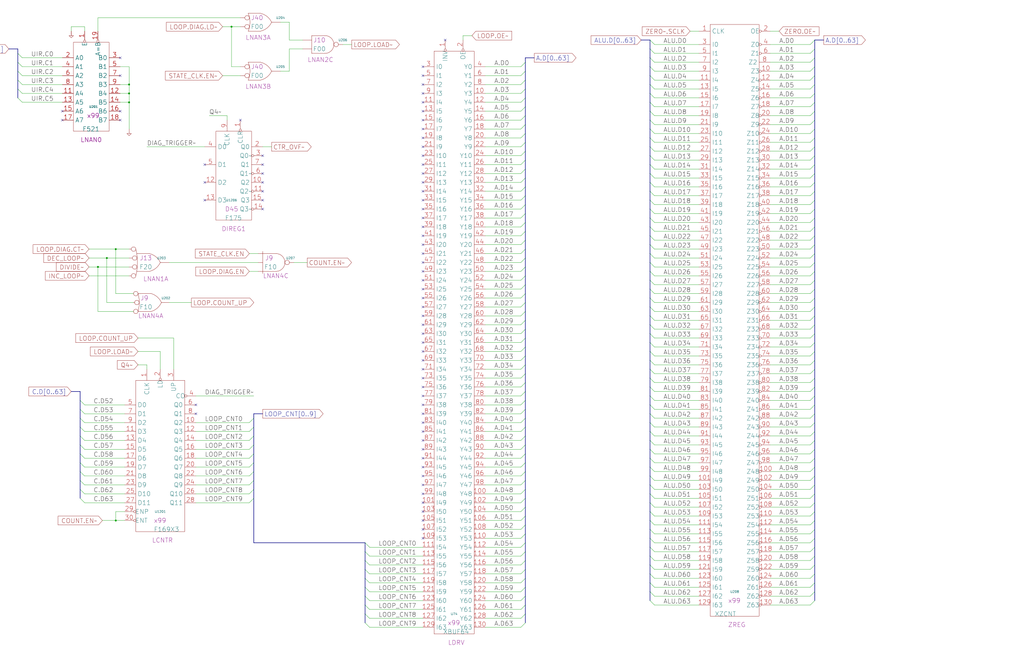
<source format=kicad_sch>
(kicad_sch (version 20230121) (generator eeschema)
  (paper "User" 584.2 378.46)
  (title_block (title "COUNTER LOGIC") (date "22-MAR-90") (rev "1.0") (comment 1 "VALUE") (comment 2 "232-003063") (comment 3 "S400") (comment 4 "RELEASED"))
  (junction (at 66.04 297.18))
  (junction (at 73.66 48.26))
  (junction (at 66.04 142.24))
  (junction (at 73.66 58.42))
  (junction (at 55.88 152.4))
  (junction (at 132.08 15.24))
  (junction (at 60.96 147.32))
  (junction (at 73.66 53.34))
  (no_connect (at 241.3 129.54))
  (no_connect (at 149.86 93.98))
  (no_connect (at 241.3 104.14))
  (no_connect (at 241.3 165.1))
  (no_connect (at 68.58 68.58))
  (no_connect (at 241.3 63.5))
  (no_connect (at 241.3 58.42))
  (no_connect (at 241.3 53.34))
  (no_connect (at 35.56 63.5))
  (no_connect (at 68.58 43.18))
  (no_connect (at 116.84 93.98))
  (no_connect (at 149.86 99.06))
  (no_connect (at 241.3 256.54))
  (no_connect (at 149.86 104.14))
  (no_connect (at 241.3 78.74))
  (no_connect (at 149.86 119.38))
  (no_connect (at 241.3 297.18))
  (no_connect (at 241.3 200.66))
  (no_connect (at 149.86 114.3))
  (no_connect (at 149.86 88.9))
  (no_connect (at 241.3 38.1))
  (no_connect (at 241.3 43.18))
  (no_connect (at 241.3 185.42))
  (no_connect (at 241.3 48.26))
  (no_connect (at 241.3 180.34))
  (no_connect (at 241.3 154.94))
  (no_connect (at 241.3 251.46))
  (no_connect (at 241.3 134.62))
  (no_connect (at 241.3 109.22))
  (no_connect (at 116.84 114.3))
  (no_connect (at 241.3 246.38))
  (no_connect (at 35.56 68.58))
  (no_connect (at 68.58 63.5))
  (no_connect (at 241.3 119.38))
  (no_connect (at 241.3 287.02))
  (no_connect (at 241.3 302.26))
  (no_connect (at 241.3 210.82))
  (no_connect (at 241.3 281.94))
  (no_connect (at 241.3 124.46))
  (no_connect (at 241.3 114.3))
  (no_connect (at 137.16 68.58))
  (no_connect (at 241.3 220.98))
  (no_connect (at 241.3 271.78))
  (no_connect (at 241.3 205.74))
  (no_connect (at 241.3 83.82))
  (no_connect (at 241.3 68.58))
  (no_connect (at 241.3 236.22))
  (no_connect (at 241.3 93.98))
  (no_connect (at 241.3 215.9))
  (no_connect (at 241.3 231.14))
  (no_connect (at 241.3 195.58))
  (no_connect (at 241.3 241.3))
  (no_connect (at 241.3 266.7))
  (no_connect (at 241.3 261.62))
  (no_connect (at 241.3 149.86))
  (no_connect (at 116.84 104.14))
  (no_connect (at 241.3 292.1))
  (no_connect (at 241.3 190.5))
  (no_connect (at 241.3 73.66))
  (no_connect (at 149.86 109.22))
  (no_connect (at 241.3 307.34))
  (no_connect (at 241.3 139.7))
  (no_connect (at 111.76 236.22))
  (no_connect (at 241.3 226.06))
  (no_connect (at 241.3 144.78))
  (no_connect (at 111.76 231.14))
  (no_connect (at 241.3 170.18))
  (no_connect (at 241.3 88.9))
  (no_connect (at 241.3 99.06))
  (no_connect (at 241.3 276.86))
  (no_connect (at 68.58 33.02))
  (no_connect (at 254 22.86))
  (no_connect (at 241.3 160.02))
  (no_connect (at 241.3 175.26))
  (bus_entry (at 299.72 248.92) (size -2.54 2.54))
  (bus_entry (at 299.72 157.48) (size -2.54 2.54))
  (bus_entry (at 299.72 330.2) (size -2.54 2.54))
  (bus_entry (at 45.72 254) (size 2.54 2.54))
  (bus_entry (at 10.16 45.72) (size 2.54 2.54))
  (bus_entry (at 464.82 149.86) (size -2.54 2.54))
  (bus_entry (at 464.82 256.54) (size -2.54 2.54))
  (bus_entry (at 370.84 302.26) (size 2.54 2.54))
  (bus_entry (at 10.16 40.64) (size 2.54 2.54))
  (bus_entry (at 299.72 340.36) (size -2.54 2.54))
  (bus_entry (at 464.82 104.14) (size -2.54 2.54))
  (bus_entry (at 370.84 104.14) (size 2.54 2.54))
  (bus_entry (at 464.82 119.38) (size -2.54 2.54))
  (bus_entry (at 299.72 274.32) (size -2.54 2.54))
  (bus_entry (at 370.84 185.42) (size 2.54 2.54))
  (bus_entry (at 370.84 297.18) (size 2.54 2.54))
  (bus_entry (at 45.72 269.24) (size 2.54 2.54))
  (bus_entry (at 370.84 149.86) (size 2.54 2.54))
  (bus_entry (at 464.82 337.82) (size -2.54 2.54))
  (bus_entry (at 464.82 312.42) (size -2.54 2.54))
  (bus_entry (at 208.28 345.44) (size 2.54 2.54))
  (bus_entry (at 370.84 78.74) (size 2.54 2.54))
  (bus_entry (at 144.78 259.08) (size -2.54 2.54))
  (bus_entry (at 370.84 256.54) (size 2.54 2.54))
  (bus_entry (at 464.82 109.22) (size -2.54 2.54))
  (bus_entry (at 464.82 332.74) (size -2.54 2.54))
  (bus_entry (at 10.16 30.48) (size 2.54 2.54))
  (bus_entry (at 299.72 101.6) (size -2.54 2.54))
  (bus_entry (at 370.84 129.54) (size 2.54 2.54))
  (bus_entry (at 464.82 276.86) (size -2.54 2.54))
  (bus_entry (at 464.82 38.1) (size -2.54 2.54))
  (bus_entry (at 45.72 264.16) (size 2.54 2.54))
  (bus_entry (at 370.84 332.74) (size 2.54 2.54))
  (bus_entry (at 299.72 228.6) (size -2.54 2.54))
  (bus_entry (at 299.72 91.44) (size -2.54 2.54))
  (bus_entry (at 299.72 187.96) (size -2.54 2.54))
  (bus_entry (at 45.72 259.08) (size 2.54 2.54))
  (bus_entry (at 464.82 261.62) (size -2.54 2.54))
  (bus_entry (at 299.72 223.52) (size -2.54 2.54))
  (bus_entry (at 464.82 236.22) (size -2.54 2.54))
  (bus_entry (at 464.82 48.26) (size -2.54 2.54))
  (bus_entry (at 370.84 134.62) (size 2.54 2.54))
  (bus_entry (at 464.82 287.02) (size -2.54 2.54))
  (bus_entry (at 299.72 167.64) (size -2.54 2.54))
  (bus_entry (at 370.84 88.9) (size 2.54 2.54))
  (bus_entry (at 299.72 279.4) (size -2.54 2.54))
  (bus_entry (at 464.82 281.94) (size -2.54 2.54))
  (bus_entry (at 370.84 109.22) (size 2.54 2.54))
  (bus_entry (at 464.82 322.58) (size -2.54 2.54))
  (bus_entry (at 370.84 22.86) (size 2.54 2.54))
  (bus_entry (at 208.28 325.12) (size 2.54 2.54))
  (bus_entry (at 299.72 71.12) (size -2.54 2.54))
  (bus_entry (at 45.72 238.76) (size 2.54 2.54))
  (bus_entry (at 299.72 289.56) (size -2.54 2.54))
  (bus_entry (at 45.72 243.84) (size 2.54 2.54))
  (bus_entry (at 144.78 243.84) (size -2.54 2.54))
  (bus_entry (at 464.82 190.5) (size -2.54 2.54))
  (bus_entry (at 299.72 218.44) (size -2.54 2.54))
  (bus_entry (at 299.72 259.08) (size -2.54 2.54))
  (bus_entry (at 464.82 83.82) (size -2.54 2.54))
  (bus_entry (at 299.72 162.56) (size -2.54 2.54))
  (bus_entry (at 464.82 93.98) (size -2.54 2.54))
  (bus_entry (at 464.82 114.3) (size -2.54 2.54))
  (bus_entry (at 464.82 251.46) (size -2.54 2.54))
  (bus_entry (at 299.72 350.52) (size -2.54 2.54))
  (bus_entry (at 464.82 170.18) (size -2.54 2.54))
  (bus_entry (at 464.82 139.7) (size -2.54 2.54))
  (bus_entry (at 464.82 266.7) (size -2.54 2.54))
  (bus_entry (at 370.84 170.18) (size 2.54 2.54))
  (bus_entry (at 299.72 45.72) (size -2.54 2.54))
  (bus_entry (at 464.82 43.18) (size -2.54 2.54))
  (bus_entry (at 10.16 35.56) (size 2.54 2.54))
  (bus_entry (at 208.28 314.96) (size 2.54 2.54))
  (bus_entry (at 370.84 337.82) (size 2.54 2.54))
  (bus_entry (at 299.72 213.36) (size -2.54 2.54))
  (bus_entry (at 464.82 27.94) (size -2.54 2.54))
  (bus_entry (at 464.82 22.86) (size -2.54 2.54))
  (bus_entry (at 299.72 147.32) (size -2.54 2.54))
  (bus_entry (at 370.84 124.46) (size 2.54 2.54))
  (bus_entry (at 299.72 182.88) (size -2.54 2.54))
  (bus_entry (at 299.72 50.8) (size -2.54 2.54))
  (bus_entry (at 208.28 340.36) (size 2.54 2.54))
  (bus_entry (at 370.84 190.5) (size 2.54 2.54))
  (bus_entry (at 299.72 304.8) (size -2.54 2.54))
  (bus_entry (at 45.72 274.32) (size 2.54 2.54))
  (bus_entry (at 299.72 314.96) (size -2.54 2.54))
  (bus_entry (at 299.72 203.2) (size -2.54 2.54))
  (bus_entry (at 144.78 284.48) (size -2.54 2.54))
  (bus_entry (at 464.82 63.5) (size -2.54 2.54))
  (bus_entry (at 370.84 93.98) (size 2.54 2.54))
  (bus_entry (at 299.72 193.04) (size -2.54 2.54))
  (bus_entry (at 299.72 264.16) (size -2.54 2.54))
  (bus_entry (at 370.84 144.78) (size 2.54 2.54))
  (bus_entry (at 464.82 302.26) (size -2.54 2.54))
  (bus_entry (at 370.84 215.9) (size 2.54 2.54))
  (bus_entry (at 464.82 200.66) (size -2.54 2.54))
  (bus_entry (at 370.84 154.94) (size 2.54 2.54))
  (bus_entry (at 299.72 299.72) (size -2.54 2.54))
  (bus_entry (at 464.82 144.78) (size -2.54 2.54))
  (bus_entry (at 208.28 350.52) (size 2.54 2.54))
  (bus_entry (at 299.72 325.12) (size -2.54 2.54))
  (bus_entry (at 464.82 246.38) (size -2.54 2.54))
  (bus_entry (at 464.82 53.34) (size -2.54 2.54))
  (bus_entry (at 370.84 210.82) (size 2.54 2.54))
  (bus_entry (at 370.84 180.34) (size 2.54 2.54))
  (bus_entry (at 370.84 231.14) (size 2.54 2.54))
  (bus_entry (at 464.82 134.62) (size -2.54 2.54))
  (bus_entry (at 464.82 175.26) (size -2.54 2.54))
  (bus_entry (at 370.84 160.02) (size 2.54 2.54))
  (bus_entry (at 370.84 266.7) (size 2.54 2.54))
  (bus_entry (at 299.72 81.28) (size -2.54 2.54))
  (bus_entry (at 464.82 58.42) (size -2.54 2.54))
  (bus_entry (at 144.78 238.76) (size -2.54 2.54))
  (bus_entry (at 370.84 276.86) (size 2.54 2.54))
  (bus_entry (at 208.28 330.2) (size 2.54 2.54))
  (bus_entry (at 370.84 73.66) (size 2.54 2.54))
  (bus_entry (at 370.84 251.46) (size 2.54 2.54))
  (bus_entry (at 370.84 38.1) (size 2.54 2.54))
  (bus_entry (at 299.72 116.84) (size -2.54 2.54))
  (bus_entry (at 464.82 68.58) (size -2.54 2.54))
  (bus_entry (at 370.84 119.38) (size 2.54 2.54))
  (bus_entry (at 370.84 281.94) (size 2.54 2.54))
  (bus_entry (at 370.84 226.06) (size 2.54 2.54))
  (bus_entry (at 299.72 132.08) (size -2.54 2.54))
  (bus_entry (at 370.84 241.3) (size 2.54 2.54))
  (bus_entry (at 299.72 60.96) (size -2.54 2.54))
  (bus_entry (at 464.82 220.98) (size -2.54 2.54))
  (bus_entry (at 299.72 233.68) (size -2.54 2.54))
  (bus_entry (at 370.84 322.58) (size 2.54 2.54))
  (bus_entry (at 299.72 35.56) (size -2.54 2.54))
  (bus_entry (at 464.82 297.18) (size -2.54 2.54))
  (bus_entry (at 370.84 175.26) (size 2.54 2.54))
  (bus_entry (at 464.82 307.34) (size -2.54 2.54))
  (bus_entry (at 464.82 165.1) (size -2.54 2.54))
  (bus_entry (at 299.72 294.64) (size -2.54 2.54))
  (bus_entry (at 370.84 271.78) (size 2.54 2.54))
  (bus_entry (at 370.84 48.26) (size 2.54 2.54))
  (bus_entry (at 299.72 152.4) (size -2.54 2.54))
  (bus_entry (at 370.84 317.5) (size 2.54 2.54))
  (bus_entry (at 45.72 233.68) (size 2.54 2.54))
  (bus_entry (at 370.84 139.7) (size 2.54 2.54))
  (bus_entry (at 299.72 320.04) (size -2.54 2.54))
  (bus_entry (at 45.72 279.4) (size 2.54 2.54))
  (bus_entry (at 299.72 198.12) (size -2.54 2.54))
  (bus_entry (at 299.72 345.44) (size -2.54 2.54))
  (bus_entry (at 370.84 342.9) (size 2.54 2.54))
  (bus_entry (at 370.84 292.1) (size 2.54 2.54))
  (bus_entry (at 299.72 238.76) (size -2.54 2.54))
  (bus_entry (at 370.84 27.94) (size 2.54 2.54))
  (bus_entry (at 464.82 88.9) (size -2.54 2.54))
  (bus_entry (at 370.84 307.34) (size 2.54 2.54))
  (bus_entry (at 299.72 269.24) (size -2.54 2.54))
  (bus_entry (at 144.78 254) (size -2.54 2.54))
  (bus_entry (at 370.84 114.3) (size 2.54 2.54))
  (bus_entry (at 208.28 320.04) (size 2.54 2.54))
  (bus_entry (at 299.72 137.16) (size -2.54 2.54))
  (bus_entry (at 370.84 43.18) (size 2.54 2.54))
  (bus_entry (at 144.78 264.16) (size -2.54 2.54))
  (bus_entry (at 464.82 195.58) (size -2.54 2.54))
  (bus_entry (at 370.84 83.82) (size 2.54 2.54))
  (bus_entry (at 464.82 185.42) (size -2.54 2.54))
  (bus_entry (at 144.78 269.24) (size -2.54 2.54))
  (bus_entry (at 299.72 243.84) (size -2.54 2.54))
  (bus_entry (at 299.72 355.6) (size -2.54 2.54))
  (bus_entry (at 464.82 271.78) (size -2.54 2.54))
  (bus_entry (at 208.28 309.88) (size 2.54 2.54))
  (bus_entry (at 370.84 33.02) (size 2.54 2.54))
  (bus_entry (at 299.72 86.36) (size -2.54 2.54))
  (bus_entry (at 299.72 55.88) (size -2.54 2.54))
  (bus_entry (at 464.82 99.06) (size -2.54 2.54))
  (bus_entry (at 464.82 210.82) (size -2.54 2.54))
  (bus_entry (at 464.82 78.74) (size -2.54 2.54))
  (bus_entry (at 299.72 177.8) (size -2.54 2.54))
  (bus_entry (at 464.82 327.66) (size -2.54 2.54))
  (bus_entry (at 299.72 96.52) (size -2.54 2.54))
  (bus_entry (at 299.72 335.28) (size -2.54 2.54))
  (bus_entry (at 10.16 50.8) (size 2.54 2.54))
  (bus_entry (at 299.72 40.64) (size -2.54 2.54))
  (bus_entry (at 299.72 127) (size -2.54 2.54))
  (bus_entry (at 370.84 195.58) (size 2.54 2.54))
  (bus_entry (at 370.84 205.74) (size 2.54 2.54))
  (bus_entry (at 464.82 226.06) (size -2.54 2.54))
  (bus_entry (at 144.78 274.32) (size -2.54 2.54))
  (bus_entry (at 464.82 33.02) (size -2.54 2.54))
  (bus_entry (at 299.72 208.28) (size -2.54 2.54))
  (bus_entry (at 370.84 68.58) (size 2.54 2.54))
  (bus_entry (at 370.84 287.02) (size 2.54 2.54))
  (bus_entry (at 208.28 355.6) (size 2.54 2.54))
  (bus_entry (at 464.82 124.46) (size -2.54 2.54))
  (bus_entry (at 299.72 76.2) (size -2.54 2.54))
  (bus_entry (at 299.72 284.48) (size -2.54 2.54))
  (bus_entry (at 299.72 66.04) (size -2.54 2.54))
  (bus_entry (at 370.84 165.1) (size 2.54 2.54))
  (bus_entry (at 299.72 111.76) (size -2.54 2.54))
  (bus_entry (at 370.84 261.62) (size 2.54 2.54))
  (bus_entry (at 10.16 55.88) (size 2.54 2.54))
  (bus_entry (at 370.84 220.98) (size 2.54 2.54))
  (bus_entry (at 464.82 160.02) (size -2.54 2.54))
  (bus_entry (at 464.82 292.1) (size -2.54 2.54))
  (bus_entry (at 370.84 63.5) (size 2.54 2.54))
  (bus_entry (at 45.72 284.48) (size 2.54 2.54))
  (bus_entry (at 299.72 172.72) (size -2.54 2.54))
  (bus_entry (at 464.82 342.9) (size -2.54 2.54))
  (bus_entry (at 144.78 279.4) (size -2.54 2.54))
  (bus_entry (at 144.78 248.92) (size -2.54 2.54))
  (bus_entry (at 464.82 73.66) (size -2.54 2.54))
  (bus_entry (at 45.72 248.92) (size 2.54 2.54))
  (bus_entry (at 299.72 121.92) (size -2.54 2.54))
  (bus_entry (at 370.84 236.22) (size 2.54 2.54))
  (bus_entry (at 370.84 327.66) (size 2.54 2.54))
  (bus_entry (at 464.82 241.3) (size -2.54 2.54))
  (bus_entry (at 299.72 309.88) (size -2.54 2.54))
  (bus_entry (at 299.72 142.24) (size -2.54 2.54))
  (bus_entry (at 464.82 180.34) (size -2.54 2.54))
  (bus_entry (at 45.72 228.6) (size 2.54 2.54))
  (bus_entry (at 464.82 129.54) (size -2.54 2.54))
  (bus_entry (at 464.82 231.14) (size -2.54 2.54))
  (bus_entry (at 299.72 254) (size -2.54 2.54))
  (bus_entry (at 370.84 53.34) (size 2.54 2.54))
  (bus_entry (at 464.82 215.9) (size -2.54 2.54))
  (bus_entry (at 208.28 335.28) (size 2.54 2.54))
  (bus_entry (at 464.82 317.5) (size -2.54 2.54))
  (bus_entry (at 370.84 312.42) (size 2.54 2.54))
  (bus_entry (at 370.84 58.42) (size 2.54 2.54))
  (bus_entry (at 370.84 246.38) (size 2.54 2.54))
  (bus_entry (at 370.84 200.66) (size 2.54 2.54))
  (bus_entry (at 464.82 205.74) (size -2.54 2.54))
  (bus_entry (at 464.82 154.94) (size -2.54 2.54))
  (bus_entry (at 370.84 99.06) (size 2.54 2.54))
  (bus_entry (at 299.72 106.68) (size -2.54 2.54))
  (bus (pts (xy 144.78 264.16) (xy 144.78 269.24)))
  (wire (pts (xy 439.42 45.72) (xy 462.28 45.72)))
  (bus (pts (xy 299.72 233.68) (xy 299.72 238.76)))
  (bus (pts (xy 464.82 190.5) (xy 464.82 195.58)))
  (bus (pts (xy 370.84 287.02) (xy 370.84 292.1)))
  (bus (pts (xy 370.84 83.82) (xy 370.84 88.9)))
  (bus (pts (xy 149.86 236.22) (xy 144.78 236.22)))
  (bus (pts (xy 299.72 320.04) (xy 299.72 325.12)))
  (bus (pts (xy 299.72 218.44) (xy 299.72 223.52)))
  (wire (pts (xy 60.96 172.72) (xy 60.96 147.32)))
  (bus (pts (xy 464.82 246.38) (xy 464.82 251.46)))
  (bus (pts (xy 370.84 190.5) (xy 370.84 195.58)))
  (wire (pts (xy 373.38 314.96) (xy 398.78 314.96)))
  (bus (pts (xy 370.84 231.14) (xy 370.84 236.22)))
  (wire (pts (xy 439.42 106.68) (xy 462.28 106.68)))
  (wire (pts (xy 68.58 38.1) (xy 73.66 38.1)))
  (wire (pts (xy 48.26 231.14) (xy 71.12 231.14)))
  (bus (pts (xy 299.72 264.16) (xy 299.72 269.24)))
  (wire (pts (xy 276.86 266.7) (xy 297.18 266.7)))
  (bus (pts (xy 299.72 269.24) (xy 299.72 274.32)))
  (wire (pts (xy 373.38 55.88) (xy 398.78 55.88)))
  (wire (pts (xy 210.82 353.06) (xy 241.3 353.06)))
  (bus (pts (xy 208.28 320.04) (xy 208.28 325.12)))
  (bus (pts (xy 464.82 180.34) (xy 464.82 185.42)))
  (wire (pts (xy 276.86 88.9) (xy 297.18 88.9)))
  (bus (pts (xy 464.82 99.06) (xy 464.82 104.14)))
  (wire (pts (xy 439.42 86.36) (xy 462.28 86.36)))
  (wire (pts (xy 276.86 353.06) (xy 297.18 353.06)))
  (wire (pts (xy 276.86 205.74) (xy 297.18 205.74)))
  (wire (pts (xy 373.38 213.36) (xy 398.78 213.36)))
  (bus (pts (xy 370.84 210.82) (xy 370.84 215.9)))
  (wire (pts (xy 165.1 12.7) (xy 165.1 22.86)))
  (wire (pts (xy 210.82 358.14) (xy 241.3 358.14)))
  (bus (pts (xy 370.84 22.86) (xy 370.84 27.94)))
  (bus (pts (xy 464.82 195.58) (xy 464.82 200.66)))
  (wire (pts (xy 439.42 137.16) (xy 462.28 137.16)))
  (bus (pts (xy 464.82 175.26) (xy 464.82 180.34)))
  (bus (pts (xy 370.84 215.9) (xy 370.84 220.98)))
  (bus (pts (xy 370.84 180.34) (xy 370.84 185.42)))
  (wire (pts (xy 276.86 358.14) (xy 297.18 358.14)))
  (wire (pts (xy 276.86 292.1) (xy 297.18 292.1)))
  (bus (pts (xy 208.28 309.88) (xy 208.28 314.96)))
  (bus (pts (xy 370.84 195.58) (xy 370.84 200.66)))
  (wire (pts (xy 373.38 269.24) (xy 398.78 269.24)))
  (wire (pts (xy 40.64 17.78) (xy 40.64 15.24)))
  (bus (pts (xy 299.72 284.48) (xy 299.72 289.56)))
  (bus (pts (xy 464.82 185.42) (xy 464.82 190.5)))
  (wire (pts (xy 373.38 71.12) (xy 398.78 71.12)))
  (wire (pts (xy 373.38 101.6) (xy 398.78 101.6)))
  (wire (pts (xy 439.42 66.04) (xy 462.28 66.04)))
  (bus (pts (xy 299.72 294.64) (xy 299.72 299.72)))
  (wire (pts (xy 373.38 81.28) (xy 398.78 81.28)))
  (bus (pts (xy 464.82 256.54) (xy 464.82 261.62)))
  (bus (pts (xy 370.84 43.18) (xy 370.84 48.26)))
  (bus (pts (xy 464.82 322.58) (xy 464.82 327.66)))
  (wire (pts (xy 96.52 172.72) (xy 109.22 172.72)))
  (wire (pts (xy 373.38 147.32) (xy 398.78 147.32)))
  (bus (pts (xy 370.84 226.06) (xy 370.84 231.14)))
  (bus (pts (xy 10.16 40.64) (xy 10.16 35.56)))
  (bus (pts (xy 299.72 116.84) (xy 299.72 121.92)))
  (bus (pts (xy 370.84 93.98) (xy 370.84 99.06)))
  (bus (pts (xy 370.84 246.38) (xy 370.84 251.46)))
  (wire (pts (xy 373.38 167.64) (xy 398.78 167.64)))
  (wire (pts (xy 111.76 251.46) (xy 142.24 251.46)))
  (wire (pts (xy 439.42 208.28) (xy 462.28 208.28)))
  (bus (pts (xy 45.72 238.76) (xy 45.72 243.84)))
  (bus (pts (xy 464.82 78.74) (xy 464.82 83.82)))
  (bus (pts (xy 299.72 182.88) (xy 299.72 187.96)))
  (bus (pts (xy 299.72 96.52) (xy 299.72 101.6)))
  (bus (pts (xy 299.72 132.08) (xy 299.72 137.16)))
  (wire (pts (xy 439.42 40.64) (xy 462.28 40.64)))
  (wire (pts (xy 276.86 215.9) (xy 297.18 215.9)))
  (wire (pts (xy 439.42 132.08) (xy 462.28 132.08)))
  (wire (pts (xy 111.76 256.54) (xy 142.24 256.54)))
  (wire (pts (xy 439.42 325.12) (xy 462.28 325.12)))
  (wire (pts (xy 373.38 66.04) (xy 398.78 66.04)))
  (bus (pts (xy 299.72 66.04) (xy 299.72 71.12)))
  (bus (pts (xy 370.84 170.18) (xy 370.84 175.26)))
  (bus (pts (xy 299.72 101.6) (xy 299.72 106.68)))
  (bus (pts (xy 464.82 48.26) (xy 464.82 53.34)))
  (wire (pts (xy 149.86 83.82) (xy 154.94 83.82)))
  (wire (pts (xy 127 15.24) (xy 132.08 15.24)))
  (wire (pts (xy 276.86 271.78) (xy 297.18 271.78)))
  (bus (pts (xy 299.72 299.72) (xy 299.72 304.8)))
  (bus (pts (xy 45.72 243.84) (xy 45.72 248.92)))
  (wire (pts (xy 276.86 276.86) (xy 297.18 276.86)))
  (wire (pts (xy 137.16 38.1) (xy 132.08 38.1)))
  (bus (pts (xy 299.72 106.68) (xy 299.72 111.76)))
  (bus (pts (xy 464.82 58.42) (xy 464.82 63.5)))
  (bus (pts (xy 464.82 236.22) (xy 464.82 241.3)))
  (wire (pts (xy 12.7 48.26) (xy 35.56 48.26)))
  (wire (pts (xy 276.86 78.74) (xy 297.18 78.74)))
  (bus (pts (xy 45.72 274.32) (xy 45.72 279.4)))
  (bus (pts (xy 299.72 162.56) (xy 299.72 167.64)))
  (bus (pts (xy 299.72 91.44) (xy 299.72 96.52)))
  (wire (pts (xy 55.88 152.4) (xy 73.66 152.4)))
  (bus (pts (xy 464.82 149.86) (xy 464.82 154.94)))
  (wire (pts (xy 66.04 167.64) (xy 66.04 142.24)))
  (wire (pts (xy 439.42 203.2) (xy 462.28 203.2)))
  (wire (pts (xy 439.42 35.56) (xy 462.28 35.56)))
  (wire (pts (xy 276.86 149.86) (xy 297.18 149.86)))
  (bus (pts (xy 208.28 335.28) (xy 208.28 340.36)))
  (wire (pts (xy 439.42 127) (xy 462.28 127)))
  (wire (pts (xy 111.76 287.02) (xy 142.24 287.02)))
  (wire (pts (xy 373.38 208.28) (xy 398.78 208.28)))
  (wire (pts (xy 48.26 241.3) (xy 71.12 241.3)))
  (bus (pts (xy 299.72 248.92) (xy 299.72 254)))
  (bus (pts (xy 299.72 345.44) (xy 299.72 350.52)))
  (bus (pts (xy 10.16 50.8) (xy 10.16 45.72)))
  (wire (pts (xy 12.7 38.1) (xy 35.56 38.1)))
  (wire (pts (xy 276.86 241.3) (xy 297.18 241.3)))
  (wire (pts (xy 276.86 53.34) (xy 297.18 53.34)))
  (wire (pts (xy 276.86 119.38) (xy 297.18 119.38)))
  (bus (pts (xy 464.82 210.82) (xy 464.82 215.9)))
  (wire (pts (xy 276.86 261.62) (xy 297.18 261.62)))
  (wire (pts (xy 373.38 132.08) (xy 398.78 132.08)))
  (wire (pts (xy 373.38 152.4) (xy 398.78 152.4)))
  (wire (pts (xy 195.58 25.4) (xy 200.66 25.4)))
  (wire (pts (xy 373.38 294.64) (xy 398.78 294.64)))
  (bus (pts (xy 464.82 114.3) (xy 464.82 119.38)))
  (bus (pts (xy 299.72 274.32) (xy 299.72 279.4)))
  (wire (pts (xy 439.42 314.96) (xy 462.28 314.96)))
  (wire (pts (xy 276.86 129.54) (xy 297.18 129.54)))
  (wire (pts (xy 73.66 53.34) (xy 73.66 58.42)))
  (bus (pts (xy 299.72 172.72) (xy 299.72 177.8)))
  (wire (pts (xy 276.86 104.14) (xy 297.18 104.14)))
  (bus (pts (xy 299.72 81.28) (xy 299.72 86.36)))
  (bus (pts (xy 370.84 124.46) (xy 370.84 129.54)))
  (wire (pts (xy 373.38 289.56) (xy 398.78 289.56)))
  (bus (pts (xy 45.72 279.4) (xy 45.72 284.48)))
  (wire (pts (xy 439.42 284.48) (xy 462.28 284.48)))
  (wire (pts (xy 439.42 299.72) (xy 462.28 299.72)))
  (wire (pts (xy 78.74 200.66) (xy 91.44 200.66)))
  (bus (pts (xy 370.84 175.26) (xy 370.84 180.34)))
  (wire (pts (xy 68.58 53.34) (xy 73.66 53.34)))
  (bus (pts (xy 464.82 215.9) (xy 464.82 220.98)))
  (wire (pts (xy 276.86 332.74) (xy 297.18 332.74)))
  (wire (pts (xy 58.42 297.18) (xy 66.04 297.18)))
  (bus (pts (xy 299.72 350.52) (xy 299.72 355.6)))
  (wire (pts (xy 373.38 177.8) (xy 398.78 177.8)))
  (wire (pts (xy 439.42 182.88) (xy 462.28 182.88)))
  (bus (pts (xy 370.84 78.74) (xy 370.84 83.82)))
  (bus (pts (xy 299.72 325.12) (xy 299.72 330.2)))
  (bus (pts (xy 370.84 149.86) (xy 370.84 154.94)))
  (bus (pts (xy 144.78 238.76) (xy 144.78 243.84)))
  (wire (pts (xy 373.38 198.12) (xy 398.78 198.12)))
  (wire (pts (xy 439.42 248.92) (xy 462.28 248.92)))
  (wire (pts (xy 439.42 25.4) (xy 462.28 25.4)))
  (wire (pts (xy 276.86 347.98) (xy 297.18 347.98)))
  (bus (pts (xy 464.82 68.58) (xy 464.82 73.66)))
  (wire (pts (xy 439.42 254) (xy 462.28 254)))
  (bus (pts (xy 370.84 33.02) (xy 370.84 38.1)))
  (wire (pts (xy 276.86 160.02) (xy 297.18 160.02)))
  (bus (pts (xy 299.72 157.48) (xy 299.72 162.56)))
  (wire (pts (xy 60.96 147.32) (xy 73.66 147.32)))
  (wire (pts (xy 55.88 177.8) (xy 76.2 177.8)))
  (bus (pts (xy 299.72 223.52) (xy 299.72 228.6)))
  (wire (pts (xy 439.42 213.36) (xy 462.28 213.36)))
  (wire (pts (xy 373.38 121.92) (xy 398.78 121.92)))
  (wire (pts (xy 276.86 200.66) (xy 297.18 200.66)))
  (wire (pts (xy 276.86 190.5) (xy 297.18 190.5)))
  (wire (pts (xy 48.26 251.46) (xy 71.12 251.46)))
  (wire (pts (xy 373.38 228.6) (xy 398.78 228.6)))
  (wire (pts (xy 439.42 172.72) (xy 462.28 172.72)))
  (bus (pts (xy 464.82 134.62) (xy 464.82 139.7)))
  (bus (pts (xy 370.84 58.42) (xy 370.84 63.5)))
  (wire (pts (xy 373.38 299.72) (xy 398.78 299.72)))
  (bus (pts (xy 299.72 304.8) (xy 299.72 309.88)))
  (bus (pts (xy 464.82 93.98) (xy 464.82 99.06)))
  (wire (pts (xy 373.38 162.56) (xy 398.78 162.56)))
  (bus (pts (xy 464.82 317.5) (xy 464.82 322.58)))
  (wire (pts (xy 373.38 96.52) (xy 398.78 96.52)))
  (bus (pts (xy 464.82 144.78) (xy 464.82 149.86)))
  (wire (pts (xy 66.04 167.64) (xy 76.2 167.64)))
  (bus (pts (xy 45.72 228.6) (xy 45.72 233.68)))
  (wire (pts (xy 269.24 20.32) (xy 264.16 20.32)))
  (bus (pts (xy 45.72 269.24) (xy 45.72 274.32)))
  (wire (pts (xy 373.38 254) (xy 398.78 254)))
  (wire (pts (xy 373.38 264.16) (xy 398.78 264.16)))
  (wire (pts (xy 210.82 342.9) (xy 241.3 342.9)))
  (bus (pts (xy 464.82 53.34) (xy 464.82 58.42)))
  (wire (pts (xy 276.86 73.66) (xy 297.18 73.66)))
  (wire (pts (xy 55.88 152.4) (xy 55.88 177.8)))
  (bus (pts (xy 299.72 238.76) (xy 299.72 243.84)))
  (bus (pts (xy 370.84 312.42) (xy 370.84 317.5)))
  (wire (pts (xy 439.42 116.84) (xy 462.28 116.84)))
  (bus (pts (xy 464.82 266.7) (xy 464.82 271.78)))
  (wire (pts (xy 276.86 226.06) (xy 297.18 226.06)))
  (wire (pts (xy 276.86 99.06) (xy 297.18 99.06)))
  (wire (pts (xy 66.04 297.18) (xy 71.12 297.18)))
  (wire (pts (xy 111.76 261.62) (xy 142.24 261.62)))
  (bus (pts (xy 299.72 50.8) (xy 299.72 55.88)))
  (wire (pts (xy 373.38 116.84) (xy 398.78 116.84)))
  (wire (pts (xy 68.58 48.26) (xy 73.66 48.26)))
  (bus (pts (xy 299.72 121.92) (xy 299.72 127)))
  (wire (pts (xy 439.42 259.08) (xy 462.28 259.08)))
  (bus (pts (xy 370.84 68.58) (xy 370.84 73.66)))
  (wire (pts (xy 276.86 165.1) (xy 297.18 165.1)))
  (bus (pts (xy 299.72 198.12) (xy 299.72 203.2)))
  (wire (pts (xy 276.86 68.58) (xy 297.18 68.58)))
  (bus (pts (xy 299.72 35.56) (xy 299.72 40.64)))
  (wire (pts (xy 373.38 182.88) (xy 398.78 182.88)))
  (bus (pts (xy 10.16 45.72) (xy 10.16 40.64)))
  (wire (pts (xy 373.38 238.76) (xy 398.78 238.76)))
  (wire (pts (xy 132.08 38.1) (xy 132.08 15.24)))
  (wire (pts (xy 439.42 76.2) (xy 462.28 76.2)))
  (wire (pts (xy 276.86 307.34) (xy 297.18 307.34)))
  (wire (pts (xy 210.82 337.82) (xy 241.3 337.82)))
  (bus (pts (xy 370.84 99.06) (xy 370.84 104.14)))
  (bus (pts (xy 464.82 165.1) (xy 464.82 170.18)))
  (wire (pts (xy 12.7 53.34) (xy 35.56 53.34)))
  (bus (pts (xy 299.72 187.96) (xy 299.72 193.04)))
  (bus (pts (xy 304.8 33.02) (xy 299.72 33.02)))
  (wire (pts (xy 12.7 43.18) (xy 35.56 43.18)))
  (bus (pts (xy 144.78 236.22) (xy 144.78 238.76)))
  (bus (pts (xy 299.72 289.56) (xy 299.72 294.64)))
  (wire (pts (xy 439.42 152.4) (xy 462.28 152.4)))
  (bus (pts (xy 144.78 248.92) (xy 144.78 254)))
  (wire (pts (xy 439.42 269.24) (xy 462.28 269.24)))
  (bus (pts (xy 464.82 33.02) (xy 464.82 38.1)))
  (bus (pts (xy 370.84 38.1) (xy 370.84 43.18)))
  (bus (pts (xy 464.82 38.1) (xy 464.82 43.18)))
  (wire (pts (xy 68.58 58.42) (xy 73.66 58.42)))
  (wire (pts (xy 439.42 223.52) (xy 462.28 223.52)))
  (wire (pts (xy 439.42 279.4) (xy 462.28 279.4)))
  (bus (pts (xy 370.84 73.66) (xy 370.84 78.74)))
  (bus (pts (xy 10.16 27.94) (xy 5.08 27.94)))
  (wire (pts (xy 373.38 330.2) (xy 398.78 330.2)))
  (bus (pts (xy 370.84 261.62) (xy 370.84 266.7)))
  (wire (pts (xy 83.82 208.28) (xy 83.82 210.82)))
  (wire (pts (xy 55.88 10.16) (xy 55.88 17.78)))
  (wire (pts (xy 210.82 332.74) (xy 241.3 332.74)))
  (wire (pts (xy 91.44 200.66) (xy 91.44 210.82)))
  (bus (pts (xy 299.72 340.36) (xy 299.72 345.44)))
  (bus (pts (xy 464.82 241.3) (xy 464.82 246.38)))
  (wire (pts (xy 439.42 60.96) (xy 462.28 60.96)))
  (bus (pts (xy 208.28 350.52) (xy 208.28 355.6)))
  (wire (pts (xy 165.1 27.94) (xy 165.1 40.64)))
  (wire (pts (xy 78.74 208.28) (xy 83.82 208.28)))
  (bus (pts (xy 370.84 88.9) (xy 370.84 93.98)))
  (bus (pts (xy 370.84 317.5) (xy 370.84 322.58)))
  (bus (pts (xy 370.84 205.74) (xy 370.84 210.82)))
  (bus (pts (xy 370.84 236.22) (xy 370.84 241.3)))
  (wire (pts (xy 210.82 312.42) (xy 241.3 312.42)))
  (bus (pts (xy 370.84 337.82) (xy 370.84 342.9)))
  (wire (pts (xy 373.38 142.24) (xy 398.78 142.24)))
  (wire (pts (xy 393.7 17.78) (xy 398.78 17.78)))
  (wire (pts (xy 276.86 124.46) (xy 297.18 124.46)))
  (wire (pts (xy 276.86 180.34) (xy 297.18 180.34)))
  (wire (pts (xy 439.42 238.76) (xy 462.28 238.76)))
  (bus (pts (xy 208.28 314.96) (xy 208.28 320.04)))
  (wire (pts (xy 210.82 317.5) (xy 241.3 317.5)))
  (bus (pts (xy 208.28 325.12) (xy 208.28 330.2)))
  (bus (pts (xy 370.84 114.3) (xy 370.84 119.38)))
  (bus (pts (xy 464.82 205.74) (xy 464.82 210.82)))
  (wire (pts (xy 439.42 233.68) (xy 462.28 233.68)))
  (wire (pts (xy 48.26 276.86) (xy 71.12 276.86)))
  (wire (pts (xy 373.38 248.92) (xy 398.78 248.92)))
  (bus (pts (xy 464.82 292.1) (xy 464.82 297.18)))
  (wire (pts (xy 40.64 15.24) (xy 48.26 15.24)))
  (bus (pts (xy 45.72 254) (xy 45.72 259.08)))
  (wire (pts (xy 373.38 193.04) (xy 398.78 193.04)))
  (bus (pts (xy 370.84 53.34) (xy 370.84 58.42)))
  (wire (pts (xy 373.38 320.04) (xy 398.78 320.04)))
  (wire (pts (xy 439.42 101.6) (xy 462.28 101.6)))
  (wire (pts (xy 66.04 292.1) (xy 66.04 297.18)))
  (wire (pts (xy 276.86 154.94) (xy 297.18 154.94)))
  (bus (pts (xy 464.82 276.86) (xy 464.82 281.94)))
  (bus (pts (xy 370.84 322.58) (xy 370.84 327.66)))
  (bus (pts (xy 464.82 271.78) (xy 464.82 276.86)))
  (wire (pts (xy 276.86 114.3) (xy 297.18 114.3)))
  (wire (pts (xy 439.42 187.96) (xy 462.28 187.96)))
  (bus (pts (xy 464.82 83.82) (xy 464.82 88.9)))
  (wire (pts (xy 439.42 167.64) (xy 462.28 167.64)))
  (bus (pts (xy 299.72 167.64) (xy 299.72 172.72)))
  (bus (pts (xy 299.72 45.72) (xy 299.72 50.8)))
  (wire (pts (xy 48.26 281.94) (xy 71.12 281.94)))
  (bus (pts (xy 299.72 152.4) (xy 299.72 157.48)))
  (wire (pts (xy 373.38 304.8) (xy 398.78 304.8)))
  (wire (pts (xy 439.42 243.84) (xy 462.28 243.84)))
  (wire (pts (xy 76.2 172.72) (xy 60.96 172.72)))
  (wire (pts (xy 99.06 193.04) (xy 99.06 210.82)))
  (wire (pts (xy 276.86 246.38) (xy 297.18 246.38)))
  (bus (pts (xy 464.82 302.26) (xy 464.82 307.34)))
  (bus (pts (xy 370.84 220.98) (xy 370.84 226.06)))
  (bus (pts (xy 10.16 35.56) (xy 10.16 30.48)))
  (wire (pts (xy 276.86 134.62) (xy 297.18 134.62)))
  (wire (pts (xy 373.38 279.4) (xy 398.78 279.4)))
  (bus (pts (xy 45.72 259.08) (xy 45.72 264.16)))
  (wire (pts (xy 373.38 111.76) (xy 398.78 111.76)))
  (bus (pts (xy 299.72 208.28) (xy 299.72 213.36)))
  (wire (pts (xy 276.86 251.46) (xy 297.18 251.46)))
  (bus (pts (xy 464.82 73.66) (xy 464.82 78.74)))
  (wire (pts (xy 71.12 292.1) (xy 66.04 292.1)))
  (bus (pts (xy 299.72 309.88) (xy 299.72 314.96)))
  (wire (pts (xy 165.1 22.86) (xy 172.72 22.86)))
  (bus (pts (xy 370.84 332.74) (xy 370.84 337.82)))
  (bus (pts (xy 299.72 55.88) (xy 299.72 60.96)))
  (bus (pts (xy 299.72 228.6) (xy 299.72 233.68)))
  (wire (pts (xy 373.38 203.2) (xy 398.78 203.2)))
  (wire (pts (xy 48.26 236.22) (xy 71.12 236.22)))
  (wire (pts (xy 276.86 287.02) (xy 297.18 287.02)))
  (wire (pts (xy 439.42 304.8) (xy 462.28 304.8)))
  (bus (pts (xy 299.72 60.96) (xy 299.72 66.04)))
  (bus (pts (xy 144.78 259.08) (xy 144.78 264.16)))
  (wire (pts (xy 210.82 347.98) (xy 241.3 347.98)))
  (bus (pts (xy 208.28 345.44) (xy 208.28 350.52)))
  (wire (pts (xy 50.8 147.32) (xy 60.96 147.32)))
  (wire (pts (xy 373.38 325.12) (xy 398.78 325.12)))
  (bus (pts (xy 299.72 111.76) (xy 299.72 116.84)))
  (bus (pts (xy 464.82 200.66) (xy 464.82 205.74)))
  (wire (pts (xy 276.86 58.42) (xy 297.18 58.42)))
  (wire (pts (xy 276.86 38.1) (xy 297.18 38.1)))
  (bus (pts (xy 299.72 213.36) (xy 299.72 218.44)))
  (bus (pts (xy 370.84 154.94) (xy 370.84 160.02)))
  (wire (pts (xy 373.38 30.48) (xy 398.78 30.48)))
  (bus (pts (xy 464.82 261.62) (xy 464.82 266.7)))
  (wire (pts (xy 276.86 281.94) (xy 297.18 281.94)))
  (wire (pts (xy 167.64 149.86) (xy 175.26 149.86)))
  (wire (pts (xy 276.86 256.54) (xy 297.18 256.54)))
  (wire (pts (xy 373.38 50.8) (xy 398.78 50.8)))
  (bus (pts (xy 464.82 231.14) (xy 464.82 236.22)))
  (wire (pts (xy 48.26 256.54) (xy 71.12 256.54)))
  (bus (pts (xy 299.72 76.2) (xy 299.72 81.28)))
  (bus (pts (xy 370.84 27.94) (xy 370.84 33.02)))
  (wire (pts (xy 276.86 236.22) (xy 297.18 236.22)))
  (bus (pts (xy 464.82 297.18) (xy 464.82 302.26)))
  (bus (pts (xy 299.72 335.28) (xy 299.72 340.36)))
  (bus (pts (xy 299.72 330.2) (xy 299.72 335.28)))
  (wire (pts (xy 48.26 246.38) (xy 71.12 246.38)))
  (bus (pts (xy 299.72 279.4) (xy 299.72 284.48)))
  (wire (pts (xy 276.86 317.5) (xy 297.18 317.5)))
  (bus (pts (xy 208.28 340.36) (xy 208.28 345.44)))
  (bus (pts (xy 370.84 165.1) (xy 370.84 170.18)))
  (wire (pts (xy 12.7 58.42) (xy 35.56 58.42)))
  (wire (pts (xy 12.7 33.02) (xy 35.56 33.02)))
  (bus (pts (xy 464.82 27.94) (xy 464.82 33.02)))
  (wire (pts (xy 66.04 142.24) (xy 73.66 142.24)))
  (wire (pts (xy 439.42 289.56) (xy 462.28 289.56)))
  (bus (pts (xy 370.84 276.86) (xy 370.84 281.94)))
  (wire (pts (xy 276.86 231.14) (xy 297.18 231.14)))
  (wire (pts (xy 439.42 50.8) (xy 462.28 50.8)))
  (wire (pts (xy 73.66 38.1) (xy 73.66 48.26)))
  (bus (pts (xy 464.82 88.9) (xy 464.82 93.98)))
  (wire (pts (xy 373.38 274.32) (xy 398.78 274.32)))
  (wire (pts (xy 373.38 172.72) (xy 398.78 172.72)))
  (bus (pts (xy 464.82 43.18) (xy 464.82 48.26)))
  (wire (pts (xy 132.08 15.24) (xy 137.16 15.24)))
  (bus (pts (xy 370.84 185.42) (xy 370.84 190.5)))
  (wire (pts (xy 373.38 25.4) (xy 398.78 25.4)))
  (bus (pts (xy 370.84 104.14) (xy 370.84 109.22)))
  (bus (pts (xy 10.16 55.88) (xy 10.16 50.8)))
  (wire (pts (xy 439.42 96.52) (xy 462.28 96.52)))
  (bus (pts (xy 299.72 203.2) (xy 299.72 208.28)))
  (wire (pts (xy 276.86 342.9) (xy 297.18 342.9)))
  (bus (pts (xy 45.72 264.16) (xy 45.72 269.24)))
  (wire (pts (xy 276.86 297.18) (xy 297.18 297.18)))
  (wire (pts (xy 373.38 60.96) (xy 398.78 60.96)))
  (wire (pts (xy 439.42 121.92) (xy 462.28 121.92)))
  (wire (pts (xy 50.8 152.4) (xy 55.88 152.4)))
  (bus (pts (xy 464.82 281.94) (xy 464.82 287.02)))
  (wire (pts (xy 373.38 243.84) (xy 398.78 243.84)))
  (bus (pts (xy 370.84 266.7) (xy 370.84 271.78)))
  (wire (pts (xy 73.66 48.26) (xy 73.66 53.34)))
  (bus (pts (xy 464.82 307.34) (xy 464.82 312.42)))
  (bus (pts (xy 144.78 269.24) (xy 144.78 274.32)))
  (wire (pts (xy 48.26 266.7) (xy 71.12 266.7)))
  (bus (pts (xy 464.82 104.14) (xy 464.82 109.22)))
  (bus (pts (xy 464.82 327.66) (xy 464.82 332.74)))
  (wire (pts (xy 373.38 76.2) (xy 398.78 76.2)))
  (wire (pts (xy 439.42 111.76) (xy 462.28 111.76)))
  (wire (pts (xy 439.42 345.44) (xy 462.28 345.44)))
  (wire (pts (xy 373.38 106.68) (xy 398.78 106.68)))
  (wire (pts (xy 373.38 45.72) (xy 398.78 45.72)))
  (bus (pts (xy 144.78 279.4) (xy 144.78 284.48)))
  (bus (pts (xy 464.82 129.54) (xy 464.82 134.62)))
  (bus (pts (xy 464.82 220.98) (xy 464.82 226.06)))
  (wire (pts (xy 373.38 284.48) (xy 398.78 284.48)))
  (wire (pts (xy 96.52 149.86) (xy 147.32 149.86)))
  (wire (pts (xy 48.26 271.78) (xy 71.12 271.78)))
  (wire (pts (xy 276.86 109.22) (xy 297.18 109.22)))
  (wire (pts (xy 373.38 218.44) (xy 398.78 218.44)))
  (wire (pts (xy 444.5 17.78) (xy 439.42 17.78)))
  (wire (pts (xy 55.88 10.16) (xy 137.16 10.16)))
  (wire (pts (xy 439.42 274.32) (xy 462.28 274.32)))
  (bus (pts (xy 299.72 314.96) (xy 299.72 320.04)))
  (bus (pts (xy 299.72 254) (xy 299.72 259.08)))
  (wire (pts (xy 276.86 185.42) (xy 297.18 185.42)))
  (wire (pts (xy 111.76 246.38) (xy 142.24 246.38)))
  (bus (pts (xy 299.72 40.64) (xy 299.72 45.72)))
  (bus (pts (xy 299.72 193.04) (xy 299.72 198.12)))
  (wire (pts (xy 373.38 309.88) (xy 398.78 309.88)))
  (bus (pts (xy 370.84 307.34) (xy 370.84 312.42)))
  (wire (pts (xy 439.42 264.16) (xy 462.28 264.16)))
  (wire (pts (xy 276.86 337.82) (xy 297.18 337.82)))
  (wire (pts (xy 373.38 340.36) (xy 398.78 340.36)))
  (wire (pts (xy 276.86 302.26) (xy 297.18 302.26)))
  (bus (pts (xy 40.64 223.52) (xy 45.72 223.52)))
  (bus (pts (xy 464.82 124.46) (xy 464.82 129.54)))
  (bus (pts (xy 370.84 48.26) (xy 370.84 53.34)))
  (bus (pts (xy 299.72 142.24) (xy 299.72 147.32)))
  (bus (pts (xy 370.84 271.78) (xy 370.84 276.86)))
  (wire (pts (xy 439.42 55.88) (xy 462.28 55.88)))
  (wire (pts (xy 373.38 345.44) (xy 398.78 345.44)))
  (wire (pts (xy 111.76 266.7) (xy 142.24 266.7)))
  (bus (pts (xy 370.84 302.26) (xy 370.84 307.34)))
  (bus (pts (xy 370.84 251.46) (xy 370.84 256.54)))
  (wire (pts (xy 439.42 177.8) (xy 462.28 177.8)))
  (wire (pts (xy 373.38 91.44) (xy 398.78 91.44)))
  (bus (pts (xy 370.84 134.62) (xy 370.84 139.7)))
  (wire (pts (xy 111.76 271.78) (xy 142.24 271.78)))
  (wire (pts (xy 111.76 241.3) (xy 142.24 241.3)))
  (bus (pts (xy 144.78 274.32) (xy 144.78 279.4)))
  (wire (pts (xy 373.38 40.64) (xy 398.78 40.64)))
  (bus (pts (xy 464.82 22.86) (xy 464.82 27.94)))
  (wire (pts (xy 439.42 218.44) (xy 462.28 218.44)))
  (bus (pts (xy 464.82 337.82) (xy 464.82 342.9)))
  (wire (pts (xy 373.38 86.36) (xy 398.78 86.36)))
  (wire (pts (xy 48.26 287.02) (xy 71.12 287.02)))
  (wire (pts (xy 373.38 127) (xy 398.78 127)))
  (wire (pts (xy 439.42 147.32) (xy 462.28 147.32)))
  (bus (pts (xy 299.72 71.12) (xy 299.72 76.2)))
  (wire (pts (xy 373.38 259.08) (xy 398.78 259.08)))
  (wire (pts (xy 276.86 43.18) (xy 297.18 43.18)))
  (wire (pts (xy 276.86 139.7) (xy 297.18 139.7)))
  (wire (pts (xy 83.82 83.82) (xy 116.84 83.82)))
  (bus (pts (xy 464.82 139.7) (xy 464.82 144.78)))
  (wire (pts (xy 439.42 81.28) (xy 462.28 81.28)))
  (bus (pts (xy 464.82 170.18) (xy 464.82 175.26)))
  (wire (pts (xy 48.26 261.62) (xy 71.12 261.62)))
  (wire (pts (xy 439.42 142.24) (xy 462.28 142.24)))
  (wire (pts (xy 439.42 193.04) (xy 462.28 193.04)))
  (wire (pts (xy 439.42 157.48) (xy 462.28 157.48)))
  (wire (pts (xy 129.54 66.04) (xy 129.54 68.58)))
  (bus (pts (xy 144.78 243.84) (xy 144.78 248.92)))
  (wire (pts (xy 373.38 335.28) (xy 398.78 335.28)))
  (wire (pts (xy 439.42 30.48) (xy 462.28 30.48)))
  (bus (pts (xy 464.82 226.06) (xy 464.82 231.14)))
  (wire (pts (xy 439.42 309.88) (xy 462.28 309.88)))
  (bus (pts (xy 370.84 327.66) (xy 370.84 332.74)))
  (wire (pts (xy 276.86 220.98) (xy 297.18 220.98)))
  (wire (pts (xy 373.38 137.16) (xy 398.78 137.16)))
  (bus (pts (xy 370.84 129.54) (xy 370.84 134.62)))
  (wire (pts (xy 276.86 327.66) (xy 297.18 327.66)))
  (wire (pts (xy 210.82 327.66) (xy 241.3 327.66)))
  (wire (pts (xy 50.8 142.24) (xy 66.04 142.24)))
  (wire (pts (xy 142.24 144.78) (xy 147.32 144.78)))
  (bus (pts (xy 370.84 160.02) (xy 370.84 165.1)))
  (bus (pts (xy 464.82 312.42) (xy 464.82 317.5)))
  (bus (pts (xy 370.84 200.66) (xy 370.84 205.74)))
  (wire (pts (xy 210.82 322.58) (xy 241.3 322.58)))
  (bus (pts (xy 299.72 127) (xy 299.72 132.08)))
  (wire (pts (xy 276.86 175.26) (xy 297.18 175.26)))
  (bus (pts (xy 370.84 281.94) (xy 370.84 287.02)))
  (bus (pts (xy 45.72 248.92) (xy 45.72 254)))
  (bus (pts (xy 370.84 63.5) (xy 370.84 68.58)))
  (wire (pts (xy 276.86 93.98) (xy 297.18 93.98)))
  (wire (pts (xy 172.72 27.94) (xy 165.1 27.94)))
  (wire (pts (xy 276.86 144.78) (xy 297.18 144.78)))
  (wire (pts (xy 78.74 193.04) (xy 99.06 193.04)))
  (wire (pts (xy 439.42 320.04) (xy 462.28 320.04)))
  (bus (pts (xy 464.82 160.02) (xy 464.82 165.1)))
  (wire (pts (xy 48.26 15.24) (xy 48.26 17.78)))
  (wire (pts (xy 73.66 58.42) (xy 73.66 73.66)))
  (wire (pts (xy 276.86 210.82) (xy 297.18 210.82)))
  (wire (pts (xy 276.86 322.58) (xy 297.18 322.58)))
  (wire (pts (xy 276.86 195.58) (xy 297.18 195.58)))
  (bus (pts (xy 464.82 251.46) (xy 464.82 256.54)))
  (wire (pts (xy 276.86 63.5) (xy 297.18 63.5)))
  (wire (pts (xy 439.42 91.44) (xy 462.28 91.44)))
  (wire (pts (xy 439.42 71.12) (xy 462.28 71.12)))
  (bus (pts (xy 370.84 109.22) (xy 370.84 114.3)))
  (wire (pts (xy 439.42 330.2) (xy 462.28 330.2)))
  (bus (pts (xy 464.82 154.94) (xy 464.82 160.02)))
  (wire (pts (xy 276.86 312.42) (xy 297.18 312.42)))
  (wire (pts (xy 439.42 294.64) (xy 462.28 294.64)))
  (wire (pts (xy 439.42 228.6) (xy 462.28 228.6)))
  (bus (pts (xy 370.84 297.18) (xy 370.84 302.26)))
  (bus (pts (xy 299.72 243.84) (xy 299.72 248.92)))
  (wire (pts (xy 439.42 198.12) (xy 462.28 198.12)))
  (bus (pts (xy 299.72 147.32) (xy 299.72 152.4)))
  (bus (pts (xy 370.84 256.54) (xy 370.84 261.62)))
  (wire (pts (xy 276.86 170.18) (xy 297.18 170.18)))
  (wire (pts (xy 119.38 66.04) (xy 129.54 66.04)))
  (bus (pts (xy 464.82 287.02) (xy 464.82 292.1)))
  (wire (pts (xy 439.42 162.56) (xy 462.28 162.56)))
  (wire (pts (xy 160.02 12.7) (xy 165.1 12.7)))
  (wire (pts (xy 373.38 233.68) (xy 398.78 233.68)))
  (wire (pts (xy 111.76 226.06) (xy 144.78 226.06)))
  (bus (pts (xy 299.72 259.08) (xy 299.72 264.16)))
  (bus (pts (xy 45.72 223.52) (xy 45.72 228.6)))
  (bus (pts (xy 299.72 33.02) (xy 299.72 35.56)))
  (wire (pts (xy 50.8 157.48) (xy 73.66 157.48)))
  (wire (pts (xy 373.38 187.96) (xy 398.78 187.96)))
  (wire (pts (xy 373.38 157.48) (xy 398.78 157.48)))
  (bus (pts (xy 464.82 119.38) (xy 464.82 124.46)))
  (bus (pts (xy 45.72 233.68) (xy 45.72 238.76)))
  (wire (pts (xy 373.38 35.56) (xy 398.78 35.56)))
  (bus (pts (xy 370.84 119.38) (xy 370.84 124.46)))
  (wire (pts (xy 111.76 281.94) (xy 142.24 281.94)))
  (bus (pts (xy 370.84 241.3) (xy 370.84 246.38)))
  (bus (pts (xy 370.84 139.7) (xy 370.84 144.78)))
  (bus (pts (xy 464.82 109.22) (xy 464.82 114.3)))
  (wire (pts (xy 264.16 20.32) (xy 264.16 22.86)))
  (bus (pts (xy 365.76 22.86) (xy 370.84 22.86)))
  (bus (pts (xy 10.16 30.48) (xy 10.16 27.94)))
  (bus (pts (xy 464.82 332.74) (xy 464.82 337.82)))
  (bus (pts (xy 370.84 144.78) (xy 370.84 149.86)))
  (wire (pts (xy 127 43.18) (xy 137.16 43.18)))
  (bus (pts (xy 299.72 86.36) (xy 299.72 91.44)))
  (wire (pts (xy 276.86 48.26) (xy 297.18 48.26)))
  (wire (pts (xy 142.24 154.94) (xy 147.32 154.94)))
  (bus (pts (xy 144.78 309.88) (xy 208.28 309.88)))
  (bus (pts (xy 144.78 284.48) (xy 144.78 309.88)))
  (wire (pts (xy 439.42 335.28) (xy 462.28 335.28)))
  (wire (pts (xy 373.38 223.52) (xy 398.78 223.52)))
  (wire (pts (xy 165.1 40.64) (xy 160.02 40.64)))
  (bus (pts (xy 464.82 63.5) (xy 464.82 68.58)))
  (bus (pts (xy 144.78 254) (xy 144.78 259.08)))
  (bus (pts (xy 370.84 292.1) (xy 370.84 297.18)))
  (bus (pts (xy 299.72 137.16) (xy 299.72 142.24)))
  (bus (pts (xy 469.9 22.86) (xy 464.82 22.86)))
  (bus (pts (xy 299.72 177.8) (xy 299.72 182.88)))
  (wire (pts (xy 439.42 340.36) (xy 462.28 340.36)))
  (bus (pts (xy 208.28 330.2) (xy 208.28 335.28)))
  (wire (pts (xy 276.86 83.82) (xy 297.18 83.82)))
  (wire (pts (xy 111.76 276.86) (xy 142.24 276.86)))
  (label "C.D59" (at 53.34 266.7 0) (effects (font (size 2.54 2.54))))
  (label "ALU.D0" (at 378.46 25.4 0) (effects (font (size 2.54 2.54))))
  (label "UIR.C0" (at 17.78 33.02 0) (effects (font (size 2.54 2.54))))
  (label "A.D48" (at 281.94 281.94 0) (effects (font (size 2.54 2.54))))
  (label "A.D26" (at 281.94 170.18 0) (effects (font (size 2.54 2.54))))
  (label "UIR.C3" (at 17.78 48.26 0) (effects (font (size 2.54 2.54))))
  (label "A.D45" (at 281.94 266.7 0) (effects (font (size 2.54 2.54))))
  (label "C.D61" (at 53.34 276.86 0) (effects (font (size 2.54 2.54))))
  (label "ALU.D43" (at 378.46 243.84 0) (effects (font (size 2.54 2.54))))
  (label "UIR.C1" (at 17.78 38.1 0) (effects (font (size 2.54 2.54))))
  (label "ALU.D50" (at 378.46 279.4 0) (effects (font (size 2.54 2.54))))
  (label "ALU.D42" (at 378.46 238.76 0) (effects (font (size 2.54 2.54))))
  (label "ALU.D61" (at 378.46 335.28 0) (effects (font (size 2.54 2.54))))
  (label "A.D28" (at 281.94 180.34 0) (effects (font (size 2.54 2.54))))
  (label "A.D33" (at 444.5 193.04 0) (effects (font (size 2.54 2.54))))
  (label "ALU.D9" (at 378.46 71.12 0) (effects (font (size 2.54 2.54))))
  (label "A.D41" (at 281.94 246.38 0) (effects (font (size 2.54 2.54))))
  (label "A.D32" (at 281.94 200.66 0) (effects (font (size 2.54 2.54))))
  (label "A.D11" (at 444.5 81.28 0) (effects (font (size 2.54 2.54))))
  (label "A.D57" (at 281.94 327.66 0) (effects (font (size 2.54 2.54))))
  (label "ALU.D30" (at 378.46 177.8 0) (effects (font (size 2.54 2.54))))
  (label "A.D15" (at 444.5 101.6 0) (effects (font (size 2.54 2.54))))
  (label "A.D8" (at 281.94 78.74 0) (effects (font (size 2.54 2.54))))
  (label "A.D42" (at 444.5 238.76 0) (effects (font (size 2.54 2.54))))
  (label "ALU.D35" (at 378.46 203.2 0) (effects (font (size 2.54 2.54))))
  (label "LOOP_CNT3" (at 215.9 327.66 0) (effects (font (size 2.54 2.54))))
  (label "ALU.D14" (at 378.46 96.52 0) (effects (font (size 2.54 2.54))))
  (label "A.D37" (at 444.5 213.36 0) (effects (font (size 2.54 2.54))))
  (label "A.D62" (at 444.5 340.36 0) (effects (font (size 2.54 2.54))))
  (label "A.D19" (at 444.5 121.92 0) (effects (font (size 2.54 2.54))))
  (label "A.D30" (at 281.94 190.5 0) (effects (font (size 2.54 2.54))))
  (label "C.D56" (at 53.34 251.46 0) (effects (font (size 2.54 2.54))))
  (label "A.D32" (at 444.5 187.96 0) (effects (font (size 2.54 2.54))))
  (label "ALU.D39" (at 378.46 223.52 0) (effects (font (size 2.54 2.54))))
  (label "A.D13" (at 281.94 104.14 0) (effects (font (size 2.54 2.54))))
  (label "LOOP_CNT0" (at 116.84 241.3 0) (effects (font (size 2.54 2.54))))
  (label "A.D52" (at 444.5 289.56 0) (effects (font (size 2.54 2.54))))
  (label "A.D56" (at 444.5 309.88 0) (effects (font (size 2.54 2.54))))
  (label "A.D60" (at 444.5 330.2 0) (effects (font (size 2.54 2.54))))
  (label "C.D60" (at 53.34 271.78 0) (effects (font (size 2.54 2.54))))
  (label "A.D9" (at 444.5 71.12 0) (effects (font (size 2.54 2.54))))
  (label "ALU.D41" (at 378.46 233.68 0) (effects (font (size 2.54 2.54))))
  (label "A.D40" (at 444.5 228.6 0) (effects (font (size 2.54 2.54))))
  (label "ALU.D1" (at 378.46 30.48 0) (effects (font (size 2.54 2.54))))
  (label "ALU.D26" (at 378.46 157.48 0) (effects (font (size 2.54 2.54))))
  (label "A.D18" (at 444.5 116.84 0) (effects (font (size 2.54 2.54))))
  (label "A.D12" (at 444.5 86.36 0) (effects (font (size 2.54 2.54))))
  (label "A.D3" (at 444.5 40.64 0) (effects (font (size 2.54 2.54))))
  (label "A.D49" (at 281.94 287.02 0) (effects (font (size 2.54 2.54))))
  (label "C.D63" (at 53.34 287.02 0) (effects (font (size 2.54 2.54))))
  (label "A.D27" (at 281.94 175.26 0) (effects (font (size 2.54 2.54))))
  (label "DIAG_TRIGGER~" (at 116.84 226.06 0) (effects (font (size 2.54 2.54))))
  (label "A.D50" (at 444.5 279.4 0) (effects (font (size 2.54 2.54))))
  (label "ALU.D58" (at 378.46 320.04 0) (effects (font (size 2.54 2.54))))
  (label "A.D2" (at 281.94 48.26 0) (effects (font (size 2.54 2.54))))
  (label "A.D43" (at 281.94 256.54 0) (effects (font (size 2.54 2.54))))
  (label "A.D39" (at 444.5 223.52 0) (effects (font (size 2.54 2.54))))
  (label "A.D37" (at 281.94 226.06 0) (effects (font (size 2.54 2.54))))
  (label "A.D46" (at 444.5 259.08 0) (effects (font (size 2.54 2.54))))
  (label "A.D24" (at 281.94 160.02 0) (effects (font (size 2.54 2.54))))
  (label "A.D51" (at 281.94 297.18 0) (effects (font (size 2.54 2.54))))
  (label "ALU.D57" (at 378.46 314.96 0) (effects (font (size 2.54 2.54))))
  (label "A.D7" (at 444.5 60.96 0) (effects (font (size 2.54 2.54))))
  (label "C.D55" (at 53.34 246.38 0) (effects (font (size 2.54 2.54))))
  (label "C.D58" (at 53.34 261.62 0) (effects (font (size 2.54 2.54))))
  (label "A.D5" (at 281.94 63.5 0) (effects (font (size 2.54 2.54))))
  (label "DIAG_TRIGGER~" (at 83.82 83.82 0) (effects (font (size 2.54 2.54))))
  (label "ALU.D62" (at 378.46 340.36 0) (effects (font (size 2.54 2.54))))
  (label "A.D14" (at 281.94 109.22 0) (effects (font (size 2.54 2.54))))
  (label "C.D52" (at 53.34 231.14 0) (effects (font (size 2.54 2.54))))
  (label "A.D45" (at 444.5 254 0) (effects (font (size 2.54 2.54))))
  (label "LOOP_CNT5" (at 116.84 266.7 0) (effects (font (size 2.54 2.54))))
  (label "A.D5" (at 444.5 50.8 0) (effects (font (size 2.54 2.54))))
  (label "A.D16" (at 444.5 106.68 0) (effects (font (size 2.54 2.54))))
  (label "A.D27" (at 444.5 162.56 0) (effects (font (size 2.54 2.54))))
  (label "LOOP_CNT4" (at 215.9 332.74 0) (effects (font (size 2.54 2.54))))
  (label "A.D44" (at 281.94 261.62 0) (effects (font (size 2.54 2.54))))
  (label "LOOP_CNT4" (at 116.84 261.62 0) (effects (font (size 2.54 2.54))))
  (label "A.D40" (at 281.94 241.3 0) (effects (font (size 2.54 2.54))))
  (label "A.D55" (at 444.5 304.8 0) (effects (font (size 2.54 2.54))))
  (label "ALU.D5" (at 378.46 50.8 0) (effects (font (size 2.54 2.54))))
  (label "LOOP_CNT6" (at 116.84 271.78 0) (effects (font (size 2.54 2.54))))
  (label "A.D33" (at 281.94 205.74 0) (effects (font (size 2.54 2.54))))
  (label "ALU.D37" (at 378.46 213.36 0) (effects (font (size 2.54 2.54))))
  (label "ALU.D46" (at 378.46 259.08 0) (effects (font (size 2.54 2.54))))
  (label "A.D58" (at 444.5 320.04 0) (effects (font (size 2.54 2.54))))
  (label "ALU.D2" (at 378.46 35.56 0) (effects (font (size 2.54 2.54))))
  (label "ALU.D21" (at 378.46 132.08 0) (effects (font (size 2.54 2.54))))
  (label "ALU.D34" (at 378.46 198.12 0) (effects (font (size 2.54 2.54))))
  (label "LOOP_CNT3" (at 116.84 256.54 0) (effects (font (size 2.54 2.54))))
  (label "LOOP_CNT7" (at 215.9 347.98 0) (effects (font (size 2.54 2.54))))
  (label "A.D20" (at 444.5 127 0) (effects (font (size 2.54 2.54))))
  (label "Q4~" (at 119.38 66.04 0) (effects (font (size 2.54 2.54))))
  (label "LOOP_CNT9" (at 215.9 358.14 0) (effects (font (size 2.54 2.54))))
  (label "A.D19" (at 281.94 134.62 0) (effects (font (size 2.54 2.54))))
  (label "A.D29" (at 444.5 172.72 0) (effects (font (size 2.54 2.54))))
  (label "C.D62" (at 53.34 281.94 0) (effects (font (size 2.54 2.54))))
  (label "A.D56" (at 281.94 322.58 0) (effects (font (size 2.54 2.54))))
  (label "A.D57" (at 444.5 314.96 0) (effects (font (size 2.54 2.54))))
  (label "A.D10" (at 444.5 76.2 0) (effects (font (size 2.54 2.54))))
  (label "A.D31" (at 444.5 182.88 0) (effects (font (size 2.54 2.54))))
  (label "A.D6" (at 281.94 68.58 0) (effects (font (size 2.54 2.54))))
  (label "A.D41" (at 444.5 233.68 0) (effects (font (size 2.54 2.54))))
  (label "A.D26" (at 444.5 157.48 0) (effects (font (size 2.54 2.54))))
  (label "ALU.D17" (at 378.46 111.76 0) (effects (font (size 2.54 2.54))))
  (label "ALU.D8" (at 378.46 66.04 0) (effects (font (size 2.54 2.54))))
  (label "ALU.D6" (at 378.46 55.88 0) (effects (font (size 2.54 2.54))))
  (label "ALU.D4" (at 378.46 45.72 0) (effects (font (size 2.54 2.54))))
  (label "A.D0" (at 281.94 38.1 0) (effects (font (size 2.54 2.54))))
  (label "ALU.D51" (at 378.46 284.48 0) (effects (font (size 2.54 2.54))))
  (label "A.D22" (at 281.94 149.86 0) (effects (font (size 2.54 2.54))))
  (label "A.D31" (at 281.94 195.58 0) (effects (font (size 2.54 2.54))))
  (label "A.D4" (at 281.94 58.42 0) (effects (font (size 2.54 2.54))))
  (label "ALU.D59" (at 378.46 325.12 0) (effects (font (size 2.54 2.54))))
  (label "ALU.D53" (at 378.46 294.64 0) (effects (font (size 2.54 2.54))))
  (label "A.D17" (at 444.5 111.76 0) (effects (font (size 2.54 2.54))))
  (label "A.D21" (at 281.94 144.78 0) (effects (font (size 2.54 2.54))))
  (label "ALU.D20" (at 378.46 127 0) (effects (font (size 2.54 2.54))))
  (label "C.D57" (at 53.34 256.54 0) (effects (font (size 2.54 2.54))))
  (label "ALU.D19" (at 378.46 121.92 0) (effects (font (size 2.54 2.54))))
  (label "LOOP_CNT1" (at 215.9 317.5 0) (effects (font (size 2.54 2.54))))
  (label "ALU.D56" (at 378.46 309.88 0) (effects (font (size 2.54 2.54))))
  (label "A.D38" (at 444.5 218.44 0) (effects (font (size 2.54 2.54))))
  (label "A.D53" (at 281.94 307.34 0) (effects (font (size 2.54 2.54))))
  (label "ALU.D38" (at 378.46 218.44 0) (effects (font (size 2.54 2.54))))
  (label "A.D34" (at 281.94 210.82 0) (effects (font (size 2.54 2.54))))
  (label "A.D59" (at 281.94 337.82 0) (effects (font (size 2.54 2.54))))
  (label "A.D22" (at 444.5 137.16 0) (effects (font (size 2.54 2.54))))
  (label "ALU.D52" (at 378.46 289.56 0) (effects (font (size 2.54 2.54))))
  (label "A.D36" (at 444.5 208.28 0) (effects (font (size 2.54 2.54))))
  (label "A.D11" (at 281.94 93.98 0) (effects (font (size 2.54 2.54))))
  (label "A.D29" (at 281.94 185.42 0) (effects (font (size 2.54 2.54))))
  (label "A.D39" (at 281.94 236.22 0) (effects (font (size 2.54 2.54))))
  (label "ALU.D45" (at 378.46 254 0) (effects (font (size 2.54 2.54))))
  (label "A.D2" (at 444.5 35.56 0) (effects (font (size 2.54 2.54))))
  (label "A.D42" (at 281.94 251.46 0) (effects (font (size 2.54 2.54))))
  (label "ALU.D36" (at 378.46 208.28 0) (effects (font (size 2.54 2.54))))
  (label "ALU.D10" (at 378.46 76.2 0) (effects (font (size 2.54 2.54))))
  (label "A.D35" (at 281.94 215.9 0) (effects (font (size 2.54 2.54))))
  (label "A.D63" (at 444.5 345.44 0) (effects (font (size 2.54 2.54))))
  (label "ALU.D55" (at 378.46 304.8 0) (effects (font (size 2.54 2.54))))
  (label "A.D48" (at 444.5 269.24 0) (effects (font (size 2.54 2.54))))
  (label "A.D49" (at 444.5 274.32 0) (effects (font (size 2.54 2.54))))
  (label "ALU.D27" (at 378.46 162.56 0) (effects (font (size 2.54 2.54))))
  (label "A.D43" (at 444.5 243.84 0) (effects (font (size 2.54 2.54))))
  (label "A.D62" (at 281.94 353.06 0) (effects (font (size 2.54 2.54))))
  (label "ALU.D28" (at 378.46 167.64 0) (effects (font (size 2.54 2.54))))
  (label "A.D61" (at 444.5 335.28 0) (effects (font (size 2.54 2.54))))
  (label "LOOP_CNT2" (at 116.84 251.46 0) (effects (font (size 2.54 2.54))))
  (label "A.D54" (at 281.94 312.42 0) (effects (font (size 2.54 2.54))))
  (label "ALU.D7" (at 378.46 60.96 0) (effects (font (size 2.54 2.54))))
  (label "A.D12" (at 281.94 99.06 0) (effects (font (size 2.54 2.54))))
  (label "ALU.D16" (at 378.46 106.68 0) (effects (font (size 2.54 2.54))))
  (label "ALU.D3" (at 378.46 40.64 0) (effects (font (size 2.54 2.54))))
  (label "ALU.D32" (at 378.46 187.96 0) (effects (font (size 2.54 2.54))))
  (label "A.D18" (at 281.94 129.54 0) (effects (font (size 2.54 2.54))))
  (label "LOOP_CNT1" (at 116.84 246.38 0) (effects (font (size 2.54 2.54))))
  (label "A.D54" (at 444.5 299.72 0) (effects (font (size 2.54 2.54))))
  (label "A.D51" (at 444.5 284.48 0) (effects (font (size 2.54 2.54))))
  (label "A.D47" (at 281.94 276.86 0) (effects (font (size 2.54 2.54))))
  (label "A.D23" (at 444.5 142.24 0) (effects (font (size 2.54 2.54))))
  (label "LOOP_CNT8" (at 215.9 353.06 0) (effects (font (size 2.54 2.54))))
  (label "A.D53" (at 444.5 294.64 0) (effects (font (size 2.54 2.54))))
  (label "ALU.D33" (at 378.46 193.04 0) (effects (font (size 2.54 2.54))))
  (label "ALU.D25" (at 378.46 152.4 0) (effects (font (size 2.54 2.54))))
  (label "A.D7" (at 281.94 73.66 0) (effects (font (size 2.54 2.54))))
  (label "ALU.D23" (at 378.46 142.24 0) (effects (font (size 2.54 2.54))))
  (label "A.D1" (at 444.5 30.48 0) (effects (font (size 2.54 2.54))))
  (label "A.D16" (at 281.94 119.38 0) (effects (font (size 2.54 2.54))))
  (label "A.D63" (at 281.94 358.14 0) (effects (font (size 2.54 2.54))))
  (label "C.D53" (at 53.34 236.22 0) (effects (font (size 2.54 2.54))))
  (label "ALU.D31" (at 378.46 182.88 0) (effects (font (size 2.54 2.54))))
  (label "A.D35" (at 444.5 203.2 0) (effects (font (size 2.54 2.54))))
  (label "A.D4" (at 444.5 45.72 0) (effects (font (size 2.54 2.54))))
  (label "A.D8" (at 444.5 66.04 0) (effects (font (size 2.54 2.54))))
  (label "ALU.D49" (at 378.46 274.32 0) (effects (font (size 2.54 2.54))))
  (label "A.D52" (at 281.94 302.26 0) (effects (font (size 2.54 2.54))))
  (label "A.D61" (at 281.94 347.98 0) (effects (font (size 2.54 2.54))))
  (label "A.D25" (at 281.94 165.1 0) (effects (font (size 2.54 2.54))))
  (label "A.D44" (at 444.5 248.92 0) (effects (font (size 2.54 2.54))))
  (label "A.D24" (at 444.5 147.32 0) (effects (font (size 2.54 2.54))))
  (label "LOOP_CNT6" (at 215.9 342.9 0) (effects (font (size 2.54 2.54))))
  (label "UIR.C2" (at 17.78 43.18 0) (effects (font (size 2.54 2.54))))
  (label "ALU.D18" (at 378.46 116.84 0) (effects (font (size 2.54 2.54))))
  (label "ALU.D11" (at 378.46 81.28 0) (effects (font (size 2.54 2.54))))
  (label "A.D47" (at 444.5 264.16 0) (effects (font (size 2.54 2.54))))
  (label "LOOP_CNT2" (at 215.9 322.58 0) (effects (font (size 2.54 2.54))))
  (label "ALU.D54" (at 378.46 299.72 0) (effects (font (size 2.54 2.54))))
  (label "A.D59" (at 444.5 325.12 0) (effects (font (size 2.54 2.54))))
  (label "A.D17" (at 281.94 124.46 0) (effects (font (size 2.54 2.54))))
  (label "ALU.D47" (at 378.46 264.16 0) (effects (font (size 2.54 2.54))))
  (label "A.D36" (at 281.94 220.98 0) (effects (font (size 2.54 2.54))))
  (label "A.D6" (at 444.5 55.88 0) (effects (font (size 2.54 2.54))))
  (label "ALU.D15" (at 378.46 101.6 0) (effects (font (size 2.54 2.54))))
  (label "A.D10" (at 281.94 88.9 0) (effects (font (size 2.54 2.54))))
  (label "A.D3" (at 281.94 53.34 0) (effects (font (size 2.54 2.54))))
  (label "A.D34" (at 444.5 198.12 0) (effects (font (size 2.54 2.54))))
  (label "A.D15" (at 281.94 114.3 0) (effects (font (size 2.54 2.54))))
  (label "C.D54" (at 53.34 241.3 0) (effects (font (size 2.54 2.54))))
  (label "A.D55" (at 281.94 317.5 0) (effects (font (size 2.54 2.54))))
  (label "A.D46" (at 281.94 271.78 0) (effects (font (size 2.54 2.54))))
  (label "A.D21" (at 444.5 132.08 0) (effects (font (size 2.54 2.54))))
  (label "A.D13" (at 444.5 91.44 0) (effects (font (size 2.54 2.54))))
  (label "ALU.D22" (at 378.46 137.16 0) (effects (font (size 2.54 2.54))))
  (label "A.D9" (at 281.94 83.82 0) (effects (font (size 2.54 2.54))))
  (label "LOOP_CNT9" (at 116.84 287.02 0) (effects (font (size 2.54 2.54))))
  (label "LOOP_CNT5" (at 215.9 337.82 0) (effects (font (size 2.54 2.54))))
  (label "A.D20" (at 281.94 139.7 0) (effects (font (size 2.54 2.54))))
  (label "A.D30" (at 444.5 177.8 0) (effects (font (size 2.54 2.54))))
  (label "ALU.D60" (at 378.46 330.2 0) (effects (font (size 2.54 2.54))))
  (label "ALU.D44" (at 378.46 248.92 0) (effects (font (size 2.54 2.54))))
  (label "LOOP_CNT0" (at 215.9 312.42 0) (effects (font (size 2.54 2.54))))
  (label "ALU.D63" (at 378.46 345.44 0) (effects (font (size 2.54 2.54))))
  (label "ALU.D40" (at 378.46 228.6 0) (effects (font (size 2.54 2.54))))
  (label "ALU.D48" (at 378.46 269.24 0) (effects (font (size 2.54 2.54))))
  (label "A.D38" (at 281.94 231.14 0) (effects (font (size 2.54 2.54))))
  (label "UIR.C5" (at 17.78 58.42 0) (effects (font (size 2.54 2.54))))
  (label "A.D28" (at 444.5 167.64 0) (effects (font (size 2.54 2.54))))
  (label "A.D25" (at 444.5 152.4 0) (effects (font (size 2.54 2.54))))
  (label "A.D0" (at 444.5 25.4 0) (effects (font (size 2.54 2.54))))
  (label "A.D58" (at 281.94 332.74 0) (effects (font (size 2.54 2.54))))
  (label "A.D1" (at 281.94 43.18 0) (effects (font (size 2.54 2.54))))
  (label "ALU.D13" (at 378.46 91.44 0) (effects (font (size 2.54 2.54))))
  (label "A.D50" (at 281.94 292.1 0) (effects (font (size 2.54 2.54))))
  (label "UIR.C4" (at 17.78 53.34 0) (effects (font (size 2.54 2.54))))
  (label "A.D60" (at 281.94 342.9 0) (effects (font (size 2.54 2.54))))
  (label "ALU.D29" (at 378.46 172.72 0) (effects (font (size 2.54 2.54))))
  (label "A.D14" (at 444.5 96.52 0) (effects (font (size 2.54 2.54))))
  (label "LOOP_CNT7" (at 116.84 276.86 0) (effects (font (size 2.54 2.54))))
  (label "LOOP_CNT8" (at 116.84 281.94 0) (effects (font (size 2.54 2.54))))
  (label "ALU.D24" (at 378.46 147.32 0) (effects (font (size 2.54 2.54))))
  (label "A.D23" (at 281.94 154.94 0) (effects (font (size 2.54 2.54))))
  (label "ALU.D12" (at 378.46 86.36 0) (effects (font (size 2.54 2.54))))
  (global_label "LOOP.OE~" (shape input) (at 269.24 20.32 0) (effects (font (size 2.54 2.54))) (property "Intersheetrefs" "${INTERSHEET_REFS}" (at 291.967 20.1613 0) (effects (font (size 1.905 1.905)) (justify left))))
  (global_label "LOOP.COUNT_UP" (shape input) (at 78.74 193.04 180) (effects (font (size 2.54 2.54))) (property "Intersheetrefs" "${INTERSHEET_REFS}" (at 43.1921 192.8813 0) (effects (font (size 1.905 1.905)) (justify right))))
  (global_label "LOOP.DIAG.EN" (shape input) (at 142.24 154.94 180) (effects (font (size 2.54 2.54))) (property "Intersheetrefs" "${INTERSHEET_REFS}" (at 111.6511 154.7813 0) (effects (font (size 1.905 1.905)) (justify right))))
  (global_label "ZERO~.SCLK" (shape input) (at 393.7 17.78 180) (effects (font (size 2.54 2.54))) (property "Intersheetrefs" "${INTERSHEET_REFS}" (at 366.3769 17.6213 0) (effects (font (size 1.905 1.905)) (justify right))))
  (global_label "LOOP.DIAG.LD~" (shape input) (at 127 15.24 180) (effects (font (size 2.54 2.54))) (property "Intersheetrefs" "${INTERSHEET_REFS}" (at 94.9597 15.0813 0) (effects (font (size 1.905 1.905)) (justify right))))
  (global_label "C.D[0..63]" (shape input) (at 40.64 223.52 180) (effects (font (size 2.54 2.54))) (property "Intersheetrefs" "${INTERSHEET_REFS}" (at 15.795 223.52 0) (effects (font (size 1.905 1.905)) (justify right))))
  (global_label "A.D[0..63]" (shape output) (at 304.8 33.02 0) (effects (font (size 2.54 2.54))) (property "Intersheetrefs" "${INTERSHEET_REFS}" (at 328.6155 32.8613 0) (effects (font (size 1.905 1.905)) (justify left))))
  (global_label "ALU.D[0..63]" (shape input) (at 365.76 22.86 180) (effects (font (size 2.54 2.54))) (property "Intersheetrefs" "${INTERSHEET_REFS}" (at 337.2273 22.7013 0) (effects (font (size 1.905 1.905)) (justify right))))
  (global_label "Q4~" (shape input) (at 78.74 208.28 180) (effects (font (size 2.54 2.54))) (property "Intersheetrefs" "${INTERSHEET_REFS}" (at 60.8511 208.1213 0) (effects (font (size 1.905 1.905)) (justify right))))
  (global_label "LOOP.LOAD~" (shape output) (at 200.66 25.4 0) (effects (font (size 2.54 2.54))) (property "Intersheetrefs" "${INTERSHEET_REFS}" (at 227.8622 25.2413 0) (effects (font (size 1.905 1.905)) (justify left))))
  (global_label "DEC_LOOP~" (shape input) (at 50.8 147.32 180) (effects (font (size 2.54 2.54))) (property "Intersheetrefs" "${INTERSHEET_REFS}" (at 24.9283 147.1613 0) (effects (font (size 1.905 1.905)) (justify right))))
  (global_label "A.D[0..63]" (shape output) (at 469.9 22.86 0) (effects (font (size 2.54 2.54))) (property "Intersheetrefs" "${INTERSHEET_REFS}" (at 493.7155 22.7013 0) (effects (font (size 1.905 1.905)) (justify left))))
  (global_label "COUNT.EN~" (shape input) (at 58.42 297.18 180) (effects (font (size 2.54 2.54))) (property "Intersheetrefs" "${INTERSHEET_REFS}" (at 33.153 297.0213 0) (effects (font (size 1.905 1.905)) (justify right))))
  (global_label "LOOP_CNT[0..9]" (shape output) (at 149.86 236.22 0) (effects (font (size 2.54 2.54))) (property "Intersheetrefs" "${INTERSHEET_REFS}" (at 184.3193 236.0613 0) (effects (font (size 1.905 1.905)) (justify left))))
  (global_label "STATE_CLK.EN~" (shape input) (at 127 43.18 180) (effects (font (size 2.54 2.54))) (property "Intersheetrefs" "${INTERSHEET_REFS}" (at 94.355 43.0213 0) (effects (font (size 1.905 1.905)) (justify right))))
  (global_label "CTR_OVF~" (shape output) (at 154.94 83.82 0) (effects (font (size 2.54 2.54))) (property "Intersheetrefs" "${INTERSHEET_REFS}" (at 177.546 83.6613 0) (effects (font (size 1.905 1.905)) (justify left))))
  (global_label "ZERO.OE~" (shape input) (at 444.5 17.78 0) (effects (font (size 2.54 2.54))) (property "Intersheetrefs" "${INTERSHEET_REFS}" (at 467.227 17.6213 0) (effects (font (size 1.905 1.905)) (justify left))))
  (global_label "INC_LOOP~" (shape input) (at 50.8 157.48 180) (effects (font (size 2.54 2.54))) (property "Intersheetrefs" "${INTERSHEET_REFS}" (at 25.8959 157.3213 0) (effects (font (size 1.905 1.905)) (justify right))))
  (global_label "LOOP.COUNT_UP" (shape output) (at 109.22 172.72 0) (effects (font (size 2.54 2.54))) (property "Intersheetrefs" "${INTERSHEET_REFS}" (at 144.7679 172.5613 0) (effects (font (size 1.905 1.905)) (justify left))))
  (global_label "COUNT.EN~" (shape output) (at 175.26 149.86 0) (effects (font (size 2.54 2.54))) (property "Intersheetrefs" "${INTERSHEET_REFS}" (at 200.527 149.7013 0) (effects (font (size 1.905 1.905)) (justify left))))
  (global_label "DIVIDE~" (shape input) (at 50.8 152.4 180) (effects (font (size 2.54 2.54))) (property "Intersheetrefs" "${INTERSHEET_REFS}" (at 32.1854 152.2413 0) (effects (font (size 1.905 1.905)) (justify right))))
  (global_label "LOOP.LOAD~" (shape input) (at 78.74 200.66 180) (effects (font (size 2.54 2.54))) (property "Intersheetrefs" "${INTERSHEET_REFS}" (at 51.5378 200.5013 0) (effects (font (size 1.905 1.905)) (justify right))))
  (global_label "LOOP.DIAG.CT~" (shape input) (at 50.8 142.24 180) (effects (font (size 2.54 2.54))) (property "Intersheetrefs" "${INTERSHEET_REFS}" (at 18.8807 142.0813 0) (effects (font (size 1.905 1.905)) (justify right))))
  (global_label "UIR.C[0..5]" (shape input) (at 5.08 27.94 180) (effects (font (size 2.54 2.54))) (property "Intersheetrefs" "${INTERSHEET_REFS}" (at -20.5498 27.7813 0) (effects (font (size 1.905 1.905)) (justify right))))
  (global_label "STATE_CLK.EN" (shape input) (at 142.24 144.78 180) (effects (font (size 2.54 2.54))) (property "Intersheetrefs" "${INTERSHEET_REFS}" (at 111.4092 144.6213 0) (effects (font (size 1.905 1.905)) (justify right))))
  (symbol (lib_id "r1000:PD") (at 73.66 73.66 0) (unit 1) (in_bom no)
    (property "Reference" "#PWR0202" (effects hide))
    (property "Value" "PD" (effects hide))
  )
  (symbol (lib_id "r1000:PD") (at 40.64 17.78 0) (unit 1) (in_bom no)
    (property "Reference" "#PWR0201" (effects hide))
    (property "Value" "PD" (effects hide))
  )
  (symbol (lib_id "r1000:F169X3") (at 88.9 297.18 0) (unit 1)
    (property "Reference" "U1201" (at 91.44 292.1 0))
    (property "Value" "F169X3" (at 87.63 302.26 0) (effects (font (size 2.54 2.54)) (justify left)))
    (property "Location" "x99" (at 87.63 297.18 0) (effects (font (size 2.54 2.54)) (justify left)))
    (property "Name" "LCNTR" (at 92.71 309.88 0) (effects (font (size 2.54 2.54)) (justify bottom)))
  )
  (symbol (lib_id "r1000:F00") (at 180.34 22.86 0) (unit 1)
    (property "Reference" "U206" (at 195.58 22.86 0))
    (property "Value" "F00" (at 182.245 27.94 0) (effects (font (size 2.54 2.54))))
    (property "Location" "J10" (at 182.245 22.86 0) (effects (font (size 2.54 2.54))))
    (property "Name" "LNAN2C" (at 182.88 35.56 0) (effects (font (size 2.54 2.54)) (justify bottom)))
  )
  (symbol (lib_id "r1000:F10") (at 152.4 147.32 0) (unit 1)
    (property "Reference" "U207" (at 165.735 147.32 0))
    (property "Value" "F10" (at 158.115 152.4 0) (effects (font (size 2.54 2.54)) (justify right)))
    (property "Location" "J9" (at 151.13 147.32 0) (effects (font (size 2.54 2.54)) (justify left)))
    (property "Name" "LNAN4C" (at 149.86 157.48 0) (effects (font (size 2.54 2.54)) (justify left)))
  )
  (symbol (lib_id "r1000:F00") (at 144.78 10.16 0) (unit 1) (convert 2)
    (property "Reference" "U204" (at 160.02 10.16 0))
    (property "Value" "F00" (at 146.685 15.24 0) (effects (font (size 2.54 2.54))))
    (property "Location" "J40" (at 146.685 10.16 0) (effects (font (size 2.54 2.54))))
    (property "Name" "LNAN3A" (at 147.32 22.86 0) (effects (font (size 2.54 2.54)) (justify bottom)))
  )
  (symbol (lib_id "r1000:F00") (at 144.78 38.1 0) (unit 1) (convert 2)
    (property "Reference" "U205" (at 160.02 38.1 0))
    (property "Value" "F00" (at 146.685 43.18 0) (effects (font (size 2.54 2.54))))
    (property "Location" "J40" (at 146.685 38.1 0) (effects (font (size 2.54 2.54))))
    (property "Name" "LNAN3B" (at 147.32 50.8 0) (effects (font (size 2.54 2.54)) (justify bottom)))
  )
  (symbol (lib_id "r1000:F175") (at 129.54 119.38 0) (unit 1)
    (property "Reference" "U1206" (at 132.08 114.3 0))
    (property "Value" "F175" (at 128.27 124.46 0) (effects (font (size 2.54 2.54)) (justify left)))
    (property "Location" "D45" (at 128.27 119.38 0) (effects (font (size 2.54 2.54)) (justify left)))
    (property "Name" "DIREG1" (at 133.35 132.08 0) (effects (font (size 2.54 2.54)) (justify bottom)))
  )
  (symbol (lib_id "r1000:F20") (at 83.82 149.86 0) (unit 1) (convert 2)
    (property "Reference" "U203" (at 92.075 147.32 0))
    (property "Value" "F20" (at 83.185 152.4 0) (effects (font (size 2.54 2.54))))
    (property "Location" "J13" (at 83.185 147.32 0) (effects (font (size 2.54 2.54))))
    (property "Name" "LNAN1A" (at 88.9 160.655 0) (effects (font (size 2.54 2.54)) (justify bottom)))
  )
  (symbol (lib_id "r1000:F10") (at 81.28 170.18 0) (unit 1) (convert 2)
    (property "Reference" "U202" (at 94.615 170.18 0))
    (property "Value" "F10" (at 86.995 175.26 0) (effects (font (size 2.54 2.54)) (justify right)))
    (property "Location" "J9" (at 80.01 170.18 0) (effects (font (size 2.54 2.54)) (justify left)))
    (property "Name" "LNAN4A" (at 78.74 180.34 0) (effects (font (size 2.54 2.54)) (justify left)))
  )
  (symbol (lib_id "r1000:F521") (at 50.8 66.04 0) (unit 1)
    (property "Reference" "U201" (at 53.34 60.96 0))
    (property "Value" "F521" (at 46.99 73.66 0) (effects (font (size 2.54 2.54)) (justify left)))
    (property "Location" "x99" (at 49.53 66.04 0) (effects (font (size 2.54 2.54)) (justify left)))
    (property "Name" "LNAN0" (at 52.07 81.28 0) (effects (font (size 2.54 2.54)) (justify bottom)))
  )
  (symbol (lib_id "r1000:XBUF64") (at 256.54 355.6 0) (unit 1)
    (property "Reference" "U74" (at 259.08 350.52 0))
    (property "Value" "XBUF64" (at 252.73 360.68 0) (effects (font (size 2.54 2.54)) (justify left)))
    (property "Location" "x99" (at 255.27 355.6 0) (effects (font (size 2.54 2.54)) (justify left)))
    (property "Name" "LDRV" (at 260.35 368.3 0) (effects (font (size 2.54 2.54)) (justify bottom)))
  )
  (symbol (lib_id "r1000:XZCNT") (at 416.56 342.9 0) (unit 1)
    (property "Reference" "U208" (at 419.1 337.82 0))
    (property "Value" "XZCNT" (at 407.67 350.52 0) (effects (font (size 2.54 2.54)) (justify left)))
    (property "Location" "x99" (at 415.29 342.9 0) (effects (font (size 2.54 2.54)) (justify left)))
    (property "Name" "ZREG" (at 420.37 358.14 0) (effects (font (size 2.54 2.54)) (justify bottom)))
  )
)
</source>
